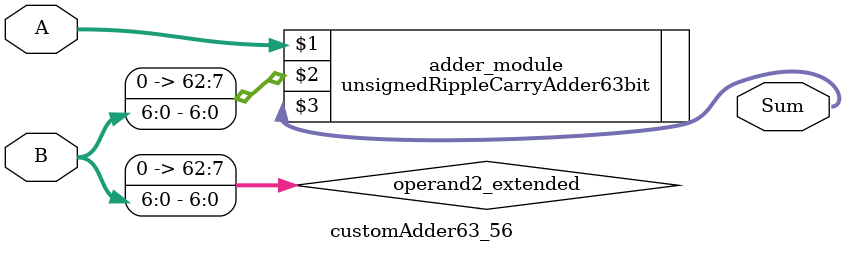
<source format=v>
module customAdder63_56(
                        input [62 : 0] A,
                        input [6 : 0] B,
                        
                        output [63 : 0] Sum
                );

        wire [62 : 0] operand2_extended;
        
        assign operand2_extended =  {56'b0, B};
        
        unsignedRippleCarryAdder63bit adder_module(
            A,
            operand2_extended,
            Sum
        );
        
        endmodule
        
</source>
